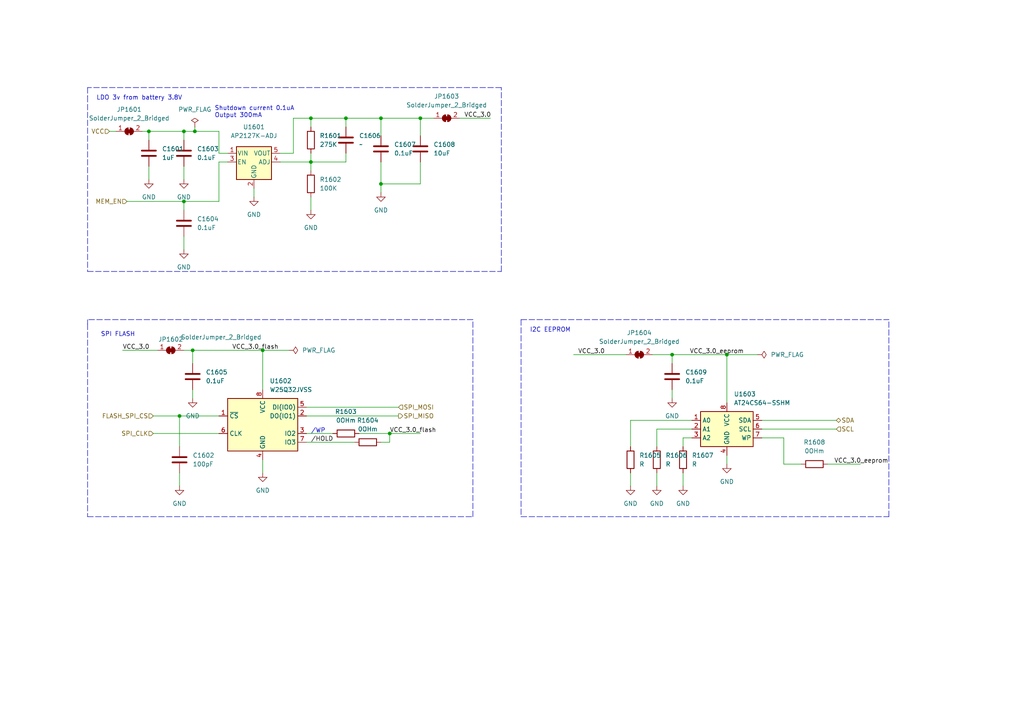
<source format=kicad_sch>
(kicad_sch (version 20211123) (generator eeschema)
  (paper "A4")
  (lib_symbols
    (symbol "Device:C" (pin_numbers hide) (pin_names (offset 0.254))
      (property "Reference" "C" (at 0.635 2.54 0))
      (property "Value" "C" (at 0.635 -2.54 0))
      (symbol "C_0_1"
        (polyline (pts (xy -2.032 -0.762) (xy 2.032 -0.762)) (stroke (width 0.508)))
        (polyline (pts (xy -2.032 0.762) (xy 2.032 0.762)) (stroke (width 0.508)))
      )
      (symbol "C_1_1"
        (pin passive line (at 0 3.81 270) (length 2.794) (name "~") (number "1"))
        (pin passive line (at 0 -3.81 90) (length 2.794) (name "~") (number "2"))
      )
    )
    (symbol "Device:R" (pin_numbers hide) (pin_names (offset 0))
      (property "Reference" "R" (at 2.032 0 90))
      (property "Value" "R" (at 0 0 90))
      (symbol "R_0_1"
        (rectangle (start -1.016 -2.54) (end 1.016 2.54) (stroke (width 0.254)))
      )
      (symbol "R_1_1"
        (pin passive line (at 0 3.81 270) (length 1.27) (name "~") (number "1"))
        (pin passive line (at 0 -3.81 90) (length 1.27) (name "~") (number "2"))
      )
    )
    (symbol "Jumper:SolderJumper_2_Bridged" (pin_names (offset 0) hide)
      (property "Reference" "JP" (at 0 2.032 0))
      (property "Value" "SolderJumper_2_Bridged" (at 0 -2.54 0))
      (symbol "SolderJumper_2_Bridged_0_1"
        (rectangle (start -0.508 0.508) (end 0.508 -0.508) (fill (type outline)))
        (arc (start -0.254 1.016) (mid -1.27 0) (end -0.254 -1.016))
        (arc (start -0.254 1.016) (mid -1.27 0) (end -0.254 -1.016) (fill (type outline)))
        (polyline (pts (xy -0.254 1.016) (xy -0.254 -1.016)))
        (polyline (pts (xy 0.254 1.016) (xy 0.254 -1.016)))
        (arc (start 0.254 -1.016) (mid 1.27 0) (end 0.254 1.016))
        (arc (start 0.254 -1.016) (mid 1.27 0) (end 0.254 1.016) (fill (type outline)))
      )
      (symbol "SolderJumper_2_Bridged_1_1"
        (pin passive line (at -3.81 0 0) (length 2.54) (name "A") (number "1"))
        (pin passive line (at 3.81 0 180) (length 2.54) (name "B") (number "2"))
      )
    )
    (symbol "Memory_EEPROM:AT24CS64-SSHM"
      (property "Reference" "U" (at -7.62 6.35 0))
      (property "Value" "AT24CS64-SSHM" (at 2.54 -6.35 0))
      (symbol "AT24CS64-SSHM_1_1"
        (rectangle (start -7.62 5.08) (end 7.62 -5.08) (stroke (width 0.254)) (fill (type background)))
        (pin input line (at -10.16 2.54 0) (length 2.54) (name "A0") (number "1"))
        (pin input line (at -10.16 0 0) (length 2.54) (name "A1") (number "2"))
        (pin input line (at -10.16 -2.54 0) (length 2.54) (name "A2") (number "3"))
        (pin power_in line (at 0 -7.62 90) (length 2.54) (name "GND") (number "4"))
        (pin bidirectional line (at 10.16 2.54 180) (length 2.54) (name "SDA") (number "5"))
        (pin input line (at 10.16 0 180) (length 2.54) (name "SCL") (number "6"))
        (pin input line (at 10.16 -2.54 180) (length 2.54) (name "WP") (number "7"))
        (pin power_in line (at 0 7.62 270) (length 2.54) (name "VCC") (number "8"))
      )
    )
    (symbol "Memory_Flash:W25Q32JVSS"
      (property "Reference" "U" (at -8.89 8.89 0))
      (property "Value" "W25Q32JVSS" (at 7.62 8.89 0))
      (symbol "W25Q32JVSS_0_1"
        (rectangle (start -10.16 7.62) (end 10.16 -7.62) (stroke (width 0.254)) (fill (type background)))
      )
      (symbol "W25Q32JVSS_1_1"
        (pin input line (at -12.7 2.54 0) (length 2.54) (name "~{CS}") (number "1"))
        (pin bidirectional line (at 12.7 2.54 180) (length 2.54) (name "DO(IO1)") (number "2"))
        (pin bidirectional line (at 12.7 -2.54 180) (length 2.54) (name "IO2") (number "3"))
        (pin power_in line (at 0 -10.16 90) (length 2.54) (name "GND") (number "4"))
        (pin bidirectional line (at 12.7 5.08 180) (length 2.54) (name "DI(IO0)") (number "5"))
        (pin input line (at -12.7 -2.54 0) (length 2.54) (name "CLK") (number "6"))
        (pin bidirectional line (at 12.7 -5.08 180) (length 2.54) (name "IO3") (number "7"))
        (pin power_in line (at 0 10.16 270) (length 2.54) (name "VCC") (number "8"))
      )
    )
    (symbol "Regulator_Linear:AP2127K-ADJ" (pin_names (offset 0.254))
      (property "Reference" "U" (at -5.08 5.715 0))
      (property "Value" "AP2127K-ADJ" (at 0 5.715 0))
      (symbol "AP2127K-ADJ_0_1"
        (rectangle (start -5.08 4.445) (end 5.08 -5.08) (stroke (width 0.254)) (fill (type background)))
      )
      (symbol "AP2127K-ADJ_1_1"
        (pin power_in line (at -7.62 2.54 0) (length 2.54) (name "VIN") (number "1"))
        (pin power_in line (at 0 -7.62 90) (length 2.54) (name "GND") (number "2"))
        (pin input line (at -7.62 0 0) (length 2.54) (name "EN") (number "3"))
        (pin input line (at 7.62 0 180) (length 2.54) (name "ADJ") (number "4"))
        (pin power_out line (at 7.62 2.54 180) (length 2.54) (name "VOUT") (number "5"))
      )
    )
    (symbol "power:GND" (power) (pin_names (offset 0))
      (property "Value" "GND" (at 0 -3.81 0))
      (symbol "GND_0_1"
        (polyline (pts (xy 0 0) (xy 0 -1.27) (xy 1.27 -1.27) (xy 0 -2.54) (xy -1.27 -1.27) (xy 0 -1.27)))
      )
      (symbol "GND_1_1"
        (pin power_in line (at 0 0 270) (length 0) hide (name "GND") (number "1"))
      )
    )
    (symbol "power:PWR_FLAG" (power) (pin_numbers hide) (pin_names (offset 0) hide)
      (property "Value" "PWR_FLAG" (at 0 3.81 0))
      (symbol "PWR_FLAG_0_0"
        (pin power_out line (at 0 0 90) (length 0) (name "pwr") (number "1"))
      )
      (symbol "PWR_FLAG_0_1"
        (polyline (pts (xy 0 0) (xy 0 1.27) (xy -1.016 1.905) (xy 0 2.54) (xy 1.016 1.905) (xy 0 1.27)))
      )
    )
  )
  (junction (at 194.945 102.87))
  (junction (at 53.34 38.1))
  (junction (at 56.515 38.1))
  (junction (at 110.49 53.34))
  (junction (at 100.33 34.29))
  (junction (at 121.92 34.29))
  (junction (at 43.18 38.1))
  (junction (at 55.88 101.6))
  (junction (at 76.2 101.6))
  (junction (at 53.34 58.42))
  (junction (at 90.17 34.29))
  (junction (at 113.03 125.73))
  (junction (at 110.49 34.29))
  (junction (at 52.07 120.65))
  (junction (at 210.82 102.87))
  (junction (at 90.17 46.99))
  (wire (pts (xy 55.88 113.03) (xy 55.88 115.57)))
  (wire (pts (xy 210.82 102.87) (xy 219.71 102.87)))
  (wire (pts (xy 110.49 128.27) (xy 113.03 128.27)))
  (polyline (pts (xy 25.4 149.86) (xy 137.16 149.86)))
  (wire (pts (xy 220.98 121.92) (xy 242.57 121.92)))
  (wire (pts (xy 182.88 137.16) (xy 182.88 140.97)))
  (wire (pts (xy 90.17 46.99) (xy 81.28 46.99)))
  (wire (pts (xy 220.98 127) (xy 227.33 127)))
  (wire (pts (xy 110.49 53.34) (xy 121.92 53.34)))
  (wire (pts (xy 190.5 124.46) (xy 190.5 129.54)))
  (wire (pts (xy 43.18 38.1) (xy 41.275 38.1)))
  (wire (pts (xy 110.49 53.34) (xy 110.49 55.88)))
  (polyline (pts (xy 151.13 149.86) (xy 257.81 149.86)))
  (wire (pts (xy 194.945 102.87) (xy 194.945 105.41)))
  (wire (pts (xy 73.66 54.61) (xy 73.66 57.15)))
  (wire (pts (xy 88.9 125.73) (xy 96.52 125.73)))
  (wire (pts (xy 198.12 137.16) (xy 198.12 140.97)))
  (wire (pts (xy 90.17 46.99) (xy 90.17 44.45)))
  (wire (pts (xy 189.23 102.87) (xy 194.945 102.87)))
  (wire (pts (xy 53.34 58.42) (xy 63.5 58.42)))
  (wire (pts (xy 182.88 121.92) (xy 182.88 129.54)))
  (wire (pts (xy 53.34 38.1) (xy 43.18 38.1)))
  (wire (pts (xy 52.07 120.65) (xy 52.07 129.54)))
  (wire (pts (xy 88.9 120.65) (xy 115.57 120.65)))
  (wire (pts (xy 121.92 34.29) (xy 125.73 34.29)))
  (wire (pts (xy 56.515 38.1) (xy 53.34 38.1)))
  (polyline (pts (xy 257.81 149.86) (xy 257.81 92.71)))
  (wire (pts (xy 200.66 124.46) (xy 190.5 124.46)))
  (wire (pts (xy 227.33 127) (xy 227.33 134.62)))
  (wire (pts (xy 63.5 44.45) (xy 66.04 44.45)))
  (wire (pts (xy 88.9 118.11) (xy 115.57 118.11)))
  (polyline (pts (xy 25.4 93.98) (xy 25.4 149.86)))
  (wire (pts (xy 200.66 121.92) (xy 182.88 121.92)))
  (wire (pts (xy 90.17 34.29) (xy 100.33 34.29)))
  (wire (pts (xy 121.92 34.29) (xy 121.92 39.37)))
  (wire (pts (xy 53.34 48.26) (xy 53.34 52.07)))
  (polyline (pts (xy 25.4 78.74) (xy 145.415 78.74)))
  (wire (pts (xy 53.34 58.42) (xy 53.34 60.96)))
  (wire (pts (xy 33.655 38.1) (xy 31.75 38.1)))
  (wire (pts (xy 53.34 101.6) (xy 55.88 101.6)))
  (polyline (pts (xy 145.415 78.74) (xy 145.415 25.4)))
  (wire (pts (xy 63.5 46.99) (xy 63.5 58.42)))
  (wire (pts (xy 44.45 120.65) (xy 52.07 120.65)))
  (wire (pts (xy 76.2 113.03) (xy 76.2 101.6)))
  (wire (pts (xy 121.92 46.99) (xy 121.92 53.34)))
  (wire (pts (xy 200.66 127) (xy 198.12 127)))
  (wire (pts (xy 43.18 38.1) (xy 43.18 40.64)))
  (wire (pts (xy 56.515 36.83) (xy 56.515 38.1)))
  (polyline (pts (xy 145.415 25.4) (xy 25.4 25.4)))
  (wire (pts (xy 53.34 68.58) (xy 53.34 72.39)))
  (wire (pts (xy 85.09 44.45) (xy 85.09 34.29)))
  (wire (pts (xy 113.03 125.73) (xy 121.92 125.73)))
  (wire (pts (xy 63.5 38.1) (xy 56.515 38.1)))
  (wire (pts (xy 113.03 125.73) (xy 113.03 128.27)))
  (polyline (pts (xy 25.4 27.94) (xy 25.4 78.74)))
  (wire (pts (xy 110.49 34.29) (xy 121.92 34.29)))
  (wire (pts (xy 85.09 34.29) (xy 90.17 34.29)))
  (wire (pts (xy 104.14 125.73) (xy 113.03 125.73)))
  (wire (pts (xy 190.5 137.16) (xy 190.5 140.97)))
  (wire (pts (xy 63.5 44.45) (xy 63.5 38.1)))
  (wire (pts (xy 44.45 125.73) (xy 63.5 125.73)))
  (wire (pts (xy 198.12 127) (xy 198.12 129.54)))
  (polyline (pts (xy 137.16 92.71) (xy 25.4 92.71)))
  (wire (pts (xy 100.33 44.45) (xy 100.33 46.99)))
  (polyline (pts (xy 137.16 149.86) (xy 137.16 92.71)))
  (wire (pts (xy 55.88 101.6) (xy 55.88 105.41)))
  (wire (pts (xy 35.56 101.6) (xy 45.72 101.6)))
  (wire (pts (xy 90.17 57.15) (xy 90.17 60.96)))
  (wire (pts (xy 166.37 102.87) (xy 181.61 102.87)))
  (polyline (pts (xy 151.13 92.71) (xy 257.81 92.71)))
  (wire (pts (xy 110.49 34.29) (xy 110.49 39.37)))
  (wire (pts (xy 36.83 58.42) (xy 53.34 58.42)))
  (wire (pts (xy 90.17 49.53) (xy 90.17 46.99)))
  (wire (pts (xy 240.03 134.62) (xy 249.555 134.62)))
  (wire (pts (xy 63.5 46.99) (xy 66.04 46.99)))
  (wire (pts (xy 43.18 48.26) (xy 43.18 52.07)))
  (wire (pts (xy 88.9 128.27) (xy 102.87 128.27)))
  (wire (pts (xy 194.945 113.03) (xy 194.945 115.57)))
  (wire (pts (xy 227.33 134.62) (xy 232.41 134.62)))
  (wire (pts (xy 210.82 132.08) (xy 210.82 134.62)))
  (wire (pts (xy 210.82 116.84) (xy 210.82 102.87)))
  (wire (pts (xy 133.35 34.29) (xy 142.24 34.29)))
  (wire (pts (xy 76.2 133.35) (xy 76.2 137.16)))
  (wire (pts (xy 53.34 38.1) (xy 53.34 40.64)))
  (wire (pts (xy 76.2 101.6) (xy 83.82 101.6)))
  (wire (pts (xy 90.17 34.29) (xy 90.17 36.83)))
  (polyline (pts (xy 25.4 25.4) (xy 25.4 27.94)))
  (wire (pts (xy 110.49 46.99) (xy 110.49 53.34)))
  (wire (pts (xy 100.33 34.29) (xy 110.49 34.29)))
  (polyline (pts (xy 151.13 92.71) (xy 151.13 149.86)))
  (wire (pts (xy 52.07 137.16) (xy 52.07 140.97)))
  (wire (pts (xy 81.28 44.45) (xy 85.09 44.45)))
  (wire (pts (xy 194.945 102.87) (xy 210.82 102.87)))
  (wire (pts (xy 220.98 124.46) (xy 242.57 124.46)))
  (polyline (pts (xy 25.4 92.71) (xy 25.4 93.98)))
  (wire (pts (xy 55.88 101.6) (xy 76.2 101.6)))
  (wire (pts (xy 100.33 46.99) (xy 90.17 46.99)))
  (wire (pts (xy 52.07 120.65) (xy 63.5 120.65)))
  (wire (pts (xy 100.33 34.29) (xy 100.33 36.83)))
  (text "Shutdown current 0.1uA\nOutput 300mA" (at 62.23 34.29 0) (effects (font (size 1.27 1.27)) (justify left bottom)))
  (text "SPI FLASH" (at 29.21 97.79 0) (effects (font (size 1.27 1.27)) (justify left bottom)))
  (text "I2C EEPROM" (at 153.67 96.52 0) (effects (font (size 1.27 1.27)) (justify left bottom)))
  (text "LDO 3v from battery 3.8V" (at 27.94 29.21 0) (effects (font (size 1.27 1.27)) (justify left bottom)))
  (text "/WP" (at 90.17 125.73 0) (effects (font (size 1.27 1.27)) (justify left bottom)))
  (label "VCC_3.0_eeprom" (at 241.935 134.62 0))
  (label "VCC_3.0_flash" (at 113.03 125.73 0))
  (label "VCC_3.0_flash" (at 67.31 101.6 0))
  (label "{slash}HOLD" (at 90.17 128.27 0))
  (label "VCC_3.0_eeprom" (at 200.025 102.87 0))
  (label "VCC_3.0" (at 35.56 101.6 0))
  (label "VCC_3.0" (at 167.64 102.87 0))
  (label "VCC_3.0" (at 134.62 34.29 0))
  (hierarchical_label "SPI_CLK" (shape input) (at 44.45 125.73 180))
  (hierarchical_label "MEM_EN" (shape input) (at 36.83 58.42 180))
  (hierarchical_label "VCC" (shape input) (at 31.75 38.1 180))
  (hierarchical_label "SPI_MISO" (shape output) (at 115.57 120.65 0))
  (hierarchical_label "SCL" (shape input) (at 242.57 124.46 0))
  (hierarchical_label "SPI_MOSI" (shape input) (at 115.57 118.11 0))
  (hierarchical_label "SDA" (shape bidirectional) (at 242.57 121.92 0))
  (hierarchical_label "FLASH_SPI_CS" (shape input) (at 44.45 120.65 180))
  (symbol (lib_id "Device:R") (at 182.88 133.35 0) (unit 1)
    (property "Reference" "R1605" (at 185.42 132.0799 0) (effects (justify left)))
    (property "Value" "R" (at 185.42 134.6199 0) (effects (justify left)))
  )
  (symbol (lib_id "Device:R") (at 100.33 125.73 90) (unit 1)
    (property "Reference" "R1603" (at 100.33 119.38 90))
    (property "Value" "0OHm" (at 100.33 121.92 90))
  )
  (symbol (lib_id "Jumper:SolderJumper_2_Bridged") (at 49.53 101.6 0) (unit 1)
    (property "Reference" "JP1602" (at 49.53 98.425 0))
    (property "Value" "SolderJumper_2_Bridged" (at 64.135 97.79 0))
  )
  (symbol (lib_id "power:GND") (at 182.88 140.97 0) (unit 1)
    (property "Reference" "#PWR01610" (effects hide))
    (property "Value" "~" (at 182.88 146.05 0))
  )
  (symbol (lib_id "power:GND") (at 90.17 60.96 0) (unit 1)
    (property "Reference" "#PWR01608" (effects hide))
    (property "Value" "~" (at 90.17 66.04 0))
  )
  (symbol (lib_id "Device:C") (at 53.34 64.77 0) (unit 1)
    (property "Reference" "C1604" (at 57.15 63.4999 0) (effects (justify left)))
    (property "Value" "0.1uF" (at 57.15 66.0399 0) (effects (justify left)))
  )
  (symbol (lib_id "power:GND") (at 76.2 137.16 0) (unit 1)
    (property "Reference" "#PWR01607" (effects hide))
    (property "Value" "GND" (at 76.2 142.24 0))
  )
  (symbol (lib_id "Jumper:SolderJumper_2_Bridged") (at 185.42 102.87 0) (unit 1)
    (property "Reference" "JP1604" (at 185.42 96.52 0))
    (property "Value" "SolderJumper_2_Bridged" (at 185.42 99.06 0))
  )
  (symbol (lib_id "power:GND") (at 110.49 55.88 0) (unit 1)
    (property "Reference" "#PWR01609" (effects hide))
    (property "Value" "~" (at 110.49 60.96 0))
  )
  (symbol (lib_id "Jumper:SolderJumper_2_Bridged") (at 129.54 34.29 0) (unit 1)
    (property "Reference" "JP1603" (at 129.54 27.94 0))
    (property "Value" "SolderJumper_2_Bridged" (at 129.54 30.48 0))
  )
  (symbol (lib_id "power:PWR_FLAG") (at 219.71 102.87 270) (unit 1)
    (property "Reference" "#FLG0126" (effects hide))
    (property "Value" "PWR_FLAG" (at 223.52 102.8699 90) (effects (justify left)))
  )
  (symbol (lib_id "Device:R") (at 198.12 133.35 0) (unit 1)
    (property "Reference" "R1607" (at 200.66 132.0799 0) (effects (justify left)))
    (property "Value" "R" (at 200.66 134.6199 0) (effects (justify left)))
  )
  (symbol (lib_id "Device:R") (at 236.22 134.62 90) (unit 1)
    (property "Reference" "R1608" (at 236.22 128.27 90))
    (property "Value" "0OHm" (at 236.22 130.81 90))
  )
  (symbol (lib_id "Device:R") (at 190.5 133.35 0) (unit 1)
    (property "Reference" "R1606" (at 193.04 132.0799 0) (effects (justify left)))
    (property "Value" "R" (at 193.04 134.6199 0) (effects (justify left)))
  )
  (symbol (lib_id "power:GND") (at 73.66 57.15 0) (unit 1)
    (property "Reference" "#PWR01606" (effects hide))
    (property "Value" "~" (at 73.66 62.23 0))
  )
  (symbol (lib_id "power:PWR_FLAG") (at 56.515 36.83 0) (unit 1)
    (property "Reference" "#FLG0127" (effects hide))
    (property "Value" "PWR_FLAG" (at 56.515 31.75 0))
  )
  (symbol (lib_id "power:GND") (at 53.34 52.07 0) (unit 1)
    (property "Reference" "#PWR01603" (effects hide))
    (property "Value" "~" (at 53.34 57.15 0))
  )
  (symbol (lib_id "power:GND") (at 52.07 140.97 0) (unit 1)
    (property "Reference" "#PWR01602" (effects hide))
    (property "Value" "GND" (at 52.07 146.05 0))
  )
  (symbol (lib_id "Device:C") (at 55.88 109.22 0) (unit 1)
    (property "Reference" "C1605" (at 59.69 107.9499 0) (effects (justify left)))
    (property "Value" "0.1uF" (at 59.69 110.4899 0) (effects (justify left)))
  )
  (symbol (lib_id "Memory_EEPROM:AT24CS64-SSHM") (at 210.82 124.46 0) (unit 1)
    (property "Reference" "U1603" (at 212.8394 114.3 0) (effects (justify left)))
    (property "Value" "AT24CS64-SSHM" (at 212.8394 116.84 0) (effects (justify left)))
    (property "Footprint" "Package_SO:SOIC-8_3.9x4.9mm_P1.27mm" (effects hide))
    (property "Datasheet" "http://ww1.microchip.com/downloads/en/DeviceDoc/Atmel-8870-SEEPROM-AT24CS64-Datasheet.pdf" (effects hide))
  )
  (symbol (lib_id "Device:C") (at 52.07 133.35 0) (unit 1)
    (property "Reference" "C1602" (at 55.88 132.0799 0) (effects (justify left)))
    (property "Value" "100pF" (at 55.88 134.6199 0) (effects (justify left)))
  )
  (symbol (lib_id "power:GND") (at 198.12 140.97 0) (unit 1)
    (property "Reference" "#PWR01613" (effects hide))
    (property "Value" "~" (at 198.12 146.05 0))
  )
  (symbol (lib_id "Device:C") (at 43.18 44.45 0) (unit 1)
    (property "Reference" "C1601" (at 46.99 43.1799 0) (effects (justify left)))
    (property "Value" "1uF" (at 46.99 45.7199 0) (effects (justify left)))
  )
  (symbol (lib_id "power:GND") (at 194.945 115.57 0) (unit 1)
    (property "Reference" "#PWR01612" (effects hide))
    (property "Value" "~" (at 194.945 120.65 0))
  )
  (symbol (lib_id "Jumper:SolderJumper_2_Bridged") (at 37.465 38.1 0) (unit 1)
    (property "Reference" "JP1601" (at 37.465 31.75 0))
    (property "Value" "SolderJumper_2_Bridged" (at 37.465 34.29 0))
  )
  (symbol (lib_id "power:PWR_FLAG") (at 83.82 101.6 270) (unit 1)
    (property "Reference" "#FLG0125" (effects hide))
    (property "Value" "PWR_FLAG" (at 87.63 101.5999 90) (effects (justify left)))
  )
  (symbol (lib_id "Device:C") (at 194.945 109.22 0) (unit 1)
    (property "Reference" "C1609" (at 198.755 107.9499 0) (effects (justify left)))
    (property "Value" "0.1uF" (at 198.755 110.4899 0) (effects (justify left)))
  )
  (symbol (lib_id "Regulator_Linear:AP2127K-ADJ") (at 73.66 46.99 0) (unit 1)
    (property "Reference" "U1601" (at 73.66 36.83 0))
    (property "Value" "AP2127K-ADJ" (at 73.66 39.37 0))
    (property "Footprint" "Package_TO_SOT_SMD:SOT-23-5" (effects hide))
    (property "Datasheet" "https://www.diodes.com/assets/Datasheets/AP2127.pdf" (effects hide))
  )
  (symbol (lib_id "power:GND") (at 53.34 72.39 0) (unit 1)
    (property "Reference" "#PWR01604" (effects hide))
    (property "Value" "~" (at 53.34 77.47 0))
  )
  (symbol (lib_id "power:GND") (at 43.18 52.07 0) (unit 1)
    (property "Reference" "#PWR01601" (effects hide))
    (property "Value" "~" (at 43.18 57.15 0))
  )
  (symbol (lib_id "power:GND") (at 190.5 140.97 0) (unit 1)
    (property "Reference" "#PWR01611" (effects hide))
    (property "Value" "~" (at 190.5 146.05 0))
  )
  (symbol (lib_id "Device:R") (at 90.17 53.34 0) (unit 1)
    (property "Reference" "R1602" (at 92.71 52.0699 0) (effects (justify left)))
    (property "Value" "100K" (at 92.71 54.6099 0) (effects (justify left)))
  )
  (symbol (lib_id "Device:C") (at 100.33 40.64 0) (unit 1)
    (property "Reference" "C1606" (at 104.14 39.3699 0) (effects (justify left)))
    (property "Value" "~" (at 104.14 41.9099 0) (effects (justify left)))
  )
  (symbol (lib_id "power:GND") (at 55.88 115.57 0) (unit 1)
    (property "Reference" "#PWR01605" (effects hide))
    (property "Value" "~" (at 55.88 120.65 0))
  )
  (symbol (lib_id "power:GND") (at 210.82 134.62 0) (unit 1)
    (property "Reference" "#PWR01614" (effects hide))
    (property "Value" "GND" (at 210.82 139.7 0))
  )
  (symbol (lib_id "Device:C") (at 110.49 43.18 0) (unit 1)
    (property "Reference" "C1607" (at 114.3 41.9099 0) (effects (justify left)))
    (property "Value" "0.1uF" (at 114.3 44.4499 0) (effects (justify left)))
  )
  (symbol (lib_id "Device:R") (at 106.68 128.27 90) (unit 1)
    (property "Reference" "R1604" (at 106.68 121.92 90))
    (property "Value" "0OHm" (at 106.68 124.46 90))
  )
  (symbol (lib_id "Device:C") (at 53.34 44.45 0) (unit 1)
    (property "Reference" "C1603" (at 57.15 43.1799 0) (effects (justify left)))
    (property "Value" "0.1uF" (at 57.15 45.7199 0) (effects (justify left)))
  )
  (symbol (lib_id "Memory_Flash:W25Q32JVSS") (at 76.2 123.19 0) (unit 1)
    (property "Reference" "U1602" (at 78.2194 110.49 0) (effects (justify left)))
    (property "Value" "W25Q32JVSS" (at 78.2194 113.03 0) (effects (justify left)))
    (property "Footprint" "Package_SO:SOIC-8_5.23x5.23mm_P1.27mm" (effects hide))
    (property "Datasheet" "http://www.winbond.com/resource-files/w25q32jv%20revg%2003272018%20plus.pdf" (effects hide))
  )
  (symbol (lib_id "Device:C") (at 121.92 43.18 0) (unit 1)
    (property "Reference" "C1608" (at 125.73 41.9099 0) (effects (justify left)))
    (property "Value" "10uF" (at 125.73 44.4499 0) (effects (justify left)))
  )
  (symbol (lib_id "Device:R") (at 90.17 40.64 0) (unit 1)
    (property "Reference" "R1601" (at 92.71 39.3699 0) (effects (justify left)))
    (property "Value" "275K" (at 92.71 41.9099 0) (effects (justify left)))
  )
)
</source>
